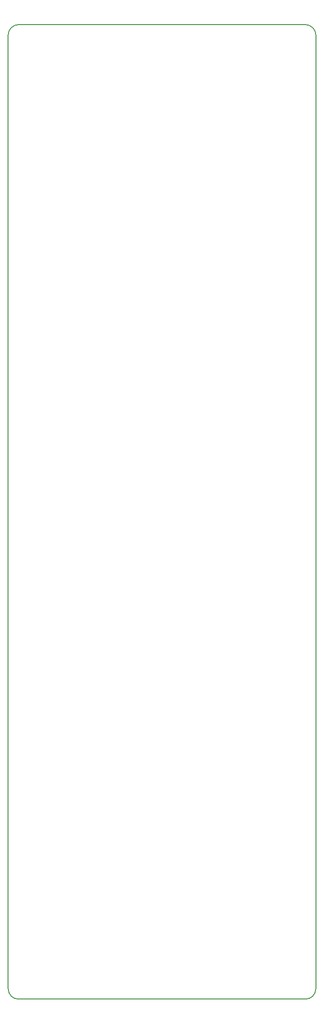
<source format=gbr>
G04 #@! TF.FileFunction,Profile,NP*
%FSLAX46Y46*%
G04 Gerber Fmt 4.6, Leading zero omitted, Abs format (unit mm)*
G04 Created by KiCad (PCBNEW 4.0.7) date 07/30/18 15:36:35*
%MOMM*%
%LPD*%
G01*
G04 APERTURE LIST*
%ADD10C,0.100000*%
%ADD11C,0.150000*%
G04 APERTURE END LIST*
D10*
D11*
X93980000Y-190500000D02*
X42545000Y-190500000D01*
X95885000Y-17780000D02*
X95885000Y-188595000D01*
X40640000Y-17780000D02*
X40640000Y-188595000D01*
X42545000Y-15875000D02*
G75*
G03X40640000Y-17780000I0J-1905000D01*
G01*
X40640000Y-188595000D02*
G75*
G03X42545000Y-190500000I1905000J0D01*
G01*
X93980000Y-190500000D02*
G75*
G03X95885000Y-188595000I0J1905000D01*
G01*
X95885000Y-17780000D02*
G75*
G03X93980000Y-15875000I-1905000J0D01*
G01*
X42545000Y-15875000D02*
X93980000Y-15875000D01*
M02*

</source>
